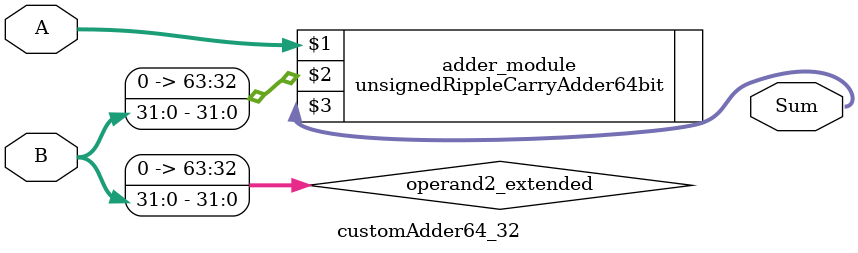
<source format=v>
module customAdder64_32(
                        input [63 : 0] A,
                        input [31 : 0] B,
                        
                        output [64 : 0] Sum
                );

        wire [63 : 0] operand2_extended;
        
        assign operand2_extended =  {32'b0, B};
        
        unsignedRippleCarryAdder64bit adder_module(
            A,
            operand2_extended,
            Sum
        );
        
        endmodule
        
</source>
